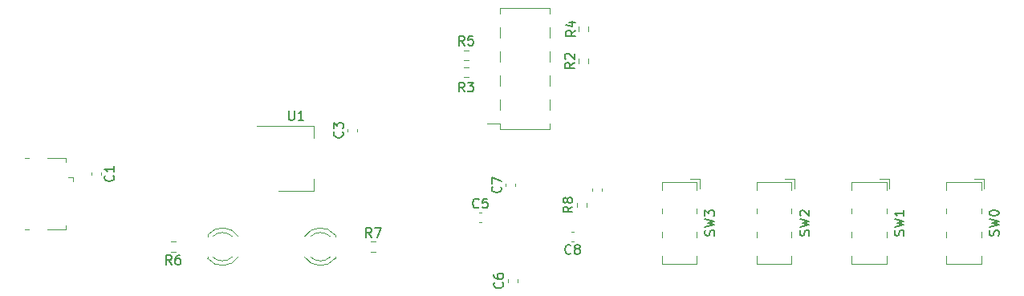
<source format=gbr>
%TF.GenerationSoftware,KiCad,Pcbnew,6.0.7-f9a2dced07~116~ubuntu22.04.1*%
%TF.CreationDate,2022-08-21T16:12:58+02:00*%
%TF.ProjectId,cpld,63706c64-2e6b-4696-9361-645f70636258,rev?*%
%TF.SameCoordinates,Original*%
%TF.FileFunction,Legend,Top*%
%TF.FilePolarity,Positive*%
%FSLAX46Y46*%
G04 Gerber Fmt 4.6, Leading zero omitted, Abs format (unit mm)*
G04 Created by KiCad (PCBNEW 6.0.7-f9a2dced07~116~ubuntu22.04.1) date 2022-08-21 16:12:58*
%MOMM*%
%LPD*%
G01*
G04 APERTURE LIST*
%ADD10C,0.150000*%
%ADD11C,0.120000*%
G04 APERTURE END LIST*
D10*
%TO.C,SW1*%
X181054761Y-86725833D02*
X181102380Y-86582976D01*
X181102380Y-86344880D01*
X181054761Y-86249642D01*
X181007142Y-86202023D01*
X180911904Y-86154404D01*
X180816666Y-86154404D01*
X180721428Y-86202023D01*
X180673809Y-86249642D01*
X180626190Y-86344880D01*
X180578571Y-86535357D01*
X180530952Y-86630595D01*
X180483333Y-86678214D01*
X180388095Y-86725833D01*
X180292857Y-86725833D01*
X180197619Y-86678214D01*
X180150000Y-86630595D01*
X180102380Y-86535357D01*
X180102380Y-86297261D01*
X180150000Y-86154404D01*
X180102380Y-85821071D02*
X181102380Y-85582976D01*
X180388095Y-85392500D01*
X181102380Y-85202023D01*
X180102380Y-84963928D01*
X181102380Y-84059166D02*
X181102380Y-84630595D01*
X181102380Y-84344880D02*
X180102380Y-84344880D01*
X180245238Y-84440119D01*
X180340476Y-84535357D01*
X180388095Y-84630595D01*
%TO.C,R3*%
X134733333Y-71552380D02*
X134400000Y-71076190D01*
X134161904Y-71552380D02*
X134161904Y-70552380D01*
X134542857Y-70552380D01*
X134638095Y-70600000D01*
X134685714Y-70647619D01*
X134733333Y-70742857D01*
X134733333Y-70885714D01*
X134685714Y-70980952D01*
X134638095Y-71028571D01*
X134542857Y-71076190D01*
X134161904Y-71076190D01*
X135066666Y-70552380D02*
X135685714Y-70552380D01*
X135352380Y-70933333D01*
X135495238Y-70933333D01*
X135590476Y-70980952D01*
X135638095Y-71028571D01*
X135685714Y-71123809D01*
X135685714Y-71361904D01*
X135638095Y-71457142D01*
X135590476Y-71504761D01*
X135495238Y-71552380D01*
X135209523Y-71552380D01*
X135114285Y-71504761D01*
X135066666Y-71457142D01*
%TO.C,C7*%
X138527142Y-81566666D02*
X138574761Y-81614285D01*
X138622380Y-81757142D01*
X138622380Y-81852380D01*
X138574761Y-81995238D01*
X138479523Y-82090476D01*
X138384285Y-82138095D01*
X138193809Y-82185714D01*
X138050952Y-82185714D01*
X137860476Y-82138095D01*
X137765238Y-82090476D01*
X137670000Y-81995238D01*
X137622380Y-81852380D01*
X137622380Y-81757142D01*
X137670000Y-81614285D01*
X137717619Y-81566666D01*
X137622380Y-81233333D02*
X137622380Y-80566666D01*
X138622380Y-80995238D01*
%TO.C,R4*%
X146452380Y-65066666D02*
X145976190Y-65400000D01*
X146452380Y-65638095D02*
X145452380Y-65638095D01*
X145452380Y-65257142D01*
X145500000Y-65161904D01*
X145547619Y-65114285D01*
X145642857Y-65066666D01*
X145785714Y-65066666D01*
X145880952Y-65114285D01*
X145928571Y-65161904D01*
X145976190Y-65257142D01*
X145976190Y-65638095D01*
X145785714Y-64209523D02*
X146452380Y-64209523D01*
X145404761Y-64447619D02*
X146119047Y-64685714D01*
X146119047Y-64066666D01*
%TO.C,R7*%
X124933333Y-86922380D02*
X124600000Y-86446190D01*
X124361904Y-86922380D02*
X124361904Y-85922380D01*
X124742857Y-85922380D01*
X124838095Y-85970000D01*
X124885714Y-86017619D01*
X124933333Y-86112857D01*
X124933333Y-86255714D01*
X124885714Y-86350952D01*
X124838095Y-86398571D01*
X124742857Y-86446190D01*
X124361904Y-86446190D01*
X125266666Y-85922380D02*
X125933333Y-85922380D01*
X125504761Y-86922380D01*
%TO.C,SW3*%
X161054761Y-86725833D02*
X161102380Y-86582976D01*
X161102380Y-86344880D01*
X161054761Y-86249642D01*
X161007142Y-86202023D01*
X160911904Y-86154404D01*
X160816666Y-86154404D01*
X160721428Y-86202023D01*
X160673809Y-86249642D01*
X160626190Y-86344880D01*
X160578571Y-86535357D01*
X160530952Y-86630595D01*
X160483333Y-86678214D01*
X160388095Y-86725833D01*
X160292857Y-86725833D01*
X160197619Y-86678214D01*
X160150000Y-86630595D01*
X160102380Y-86535357D01*
X160102380Y-86297261D01*
X160150000Y-86154404D01*
X160102380Y-85821071D02*
X161102380Y-85582976D01*
X160388095Y-85392500D01*
X161102380Y-85202023D01*
X160102380Y-84963928D01*
X160102380Y-84678214D02*
X160102380Y-84059166D01*
X160483333Y-84392500D01*
X160483333Y-84249642D01*
X160530952Y-84154404D01*
X160578571Y-84106785D01*
X160673809Y-84059166D01*
X160911904Y-84059166D01*
X161007142Y-84106785D01*
X161054761Y-84154404D01*
X161102380Y-84249642D01*
X161102380Y-84535357D01*
X161054761Y-84630595D01*
X161007142Y-84678214D01*
%TO.C,R2*%
X146322380Y-68466666D02*
X145846190Y-68800000D01*
X146322380Y-69038095D02*
X145322380Y-69038095D01*
X145322380Y-68657142D01*
X145370000Y-68561904D01*
X145417619Y-68514285D01*
X145512857Y-68466666D01*
X145655714Y-68466666D01*
X145750952Y-68514285D01*
X145798571Y-68561904D01*
X145846190Y-68657142D01*
X145846190Y-69038095D01*
X145417619Y-68085714D02*
X145370000Y-68038095D01*
X145322380Y-67942857D01*
X145322380Y-67704761D01*
X145370000Y-67609523D01*
X145417619Y-67561904D01*
X145512857Y-67514285D01*
X145608095Y-67514285D01*
X145750952Y-67561904D01*
X146322380Y-68133333D01*
X146322380Y-67514285D01*
%TO.C,SW2*%
X171054761Y-86725833D02*
X171102380Y-86582976D01*
X171102380Y-86344880D01*
X171054761Y-86249642D01*
X171007142Y-86202023D01*
X170911904Y-86154404D01*
X170816666Y-86154404D01*
X170721428Y-86202023D01*
X170673809Y-86249642D01*
X170626190Y-86344880D01*
X170578571Y-86535357D01*
X170530952Y-86630595D01*
X170483333Y-86678214D01*
X170388095Y-86725833D01*
X170292857Y-86725833D01*
X170197619Y-86678214D01*
X170150000Y-86630595D01*
X170102380Y-86535357D01*
X170102380Y-86297261D01*
X170150000Y-86154404D01*
X170102380Y-85821071D02*
X171102380Y-85582976D01*
X170388095Y-85392500D01*
X171102380Y-85202023D01*
X170102380Y-84963928D01*
X170197619Y-84630595D02*
X170150000Y-84582976D01*
X170102380Y-84487738D01*
X170102380Y-84249642D01*
X170150000Y-84154404D01*
X170197619Y-84106785D01*
X170292857Y-84059166D01*
X170388095Y-84059166D01*
X170530952Y-84106785D01*
X171102380Y-84678214D01*
X171102380Y-84059166D01*
%TO.C,C3*%
X121842142Y-75766666D02*
X121889761Y-75814285D01*
X121937380Y-75957142D01*
X121937380Y-76052380D01*
X121889761Y-76195238D01*
X121794523Y-76290476D01*
X121699285Y-76338095D01*
X121508809Y-76385714D01*
X121365952Y-76385714D01*
X121175476Y-76338095D01*
X121080238Y-76290476D01*
X120985000Y-76195238D01*
X120937380Y-76052380D01*
X120937380Y-75957142D01*
X120985000Y-75814285D01*
X121032619Y-75766666D01*
X120937380Y-75433333D02*
X120937380Y-74814285D01*
X121318333Y-75147619D01*
X121318333Y-75004761D01*
X121365952Y-74909523D01*
X121413571Y-74861904D01*
X121508809Y-74814285D01*
X121746904Y-74814285D01*
X121842142Y-74861904D01*
X121889761Y-74909523D01*
X121937380Y-75004761D01*
X121937380Y-75290476D01*
X121889761Y-75385714D01*
X121842142Y-75433333D01*
%TO.C,R5*%
X134733333Y-66652380D02*
X134400000Y-66176190D01*
X134161904Y-66652380D02*
X134161904Y-65652380D01*
X134542857Y-65652380D01*
X134638095Y-65700000D01*
X134685714Y-65747619D01*
X134733333Y-65842857D01*
X134733333Y-65985714D01*
X134685714Y-66080952D01*
X134638095Y-66128571D01*
X134542857Y-66176190D01*
X134161904Y-66176190D01*
X135638095Y-65652380D02*
X135161904Y-65652380D01*
X135114285Y-66128571D01*
X135161904Y-66080952D01*
X135257142Y-66033333D01*
X135495238Y-66033333D01*
X135590476Y-66080952D01*
X135638095Y-66128571D01*
X135685714Y-66223809D01*
X135685714Y-66461904D01*
X135638095Y-66557142D01*
X135590476Y-66604761D01*
X135495238Y-66652380D01*
X135257142Y-66652380D01*
X135161904Y-66604761D01*
X135114285Y-66557142D01*
%TO.C,SW0*%
X191054761Y-86725833D02*
X191102380Y-86582976D01*
X191102380Y-86344880D01*
X191054761Y-86249642D01*
X191007142Y-86202023D01*
X190911904Y-86154404D01*
X190816666Y-86154404D01*
X190721428Y-86202023D01*
X190673809Y-86249642D01*
X190626190Y-86344880D01*
X190578571Y-86535357D01*
X190530952Y-86630595D01*
X190483333Y-86678214D01*
X190388095Y-86725833D01*
X190292857Y-86725833D01*
X190197619Y-86678214D01*
X190150000Y-86630595D01*
X190102380Y-86535357D01*
X190102380Y-86297261D01*
X190150000Y-86154404D01*
X190102380Y-85821071D02*
X191102380Y-85582976D01*
X190388095Y-85392500D01*
X191102380Y-85202023D01*
X190102380Y-84963928D01*
X190102380Y-84392500D02*
X190102380Y-84297261D01*
X190150000Y-84202023D01*
X190197619Y-84154404D01*
X190292857Y-84106785D01*
X190483333Y-84059166D01*
X190721428Y-84059166D01*
X190911904Y-84106785D01*
X191007142Y-84154404D01*
X191054761Y-84202023D01*
X191102380Y-84297261D01*
X191102380Y-84392500D01*
X191054761Y-84487738D01*
X191007142Y-84535357D01*
X190911904Y-84582976D01*
X190721428Y-84630595D01*
X190483333Y-84630595D01*
X190292857Y-84582976D01*
X190197619Y-84535357D01*
X190150000Y-84487738D01*
X190102380Y-84392500D01*
%TO.C,R8*%
X146122380Y-83666666D02*
X145646190Y-84000000D01*
X146122380Y-84238095D02*
X145122380Y-84238095D01*
X145122380Y-83857142D01*
X145170000Y-83761904D01*
X145217619Y-83714285D01*
X145312857Y-83666666D01*
X145455714Y-83666666D01*
X145550952Y-83714285D01*
X145598571Y-83761904D01*
X145646190Y-83857142D01*
X145646190Y-84238095D01*
X145550952Y-83095238D02*
X145503333Y-83190476D01*
X145455714Y-83238095D01*
X145360476Y-83285714D01*
X145312857Y-83285714D01*
X145217619Y-83238095D01*
X145170000Y-83190476D01*
X145122380Y-83095238D01*
X145122380Y-82904761D01*
X145170000Y-82809523D01*
X145217619Y-82761904D01*
X145312857Y-82714285D01*
X145360476Y-82714285D01*
X145455714Y-82761904D01*
X145503333Y-82809523D01*
X145550952Y-82904761D01*
X145550952Y-83095238D01*
X145598571Y-83190476D01*
X145646190Y-83238095D01*
X145741428Y-83285714D01*
X145931904Y-83285714D01*
X146027142Y-83238095D01*
X146074761Y-83190476D01*
X146122380Y-83095238D01*
X146122380Y-82904761D01*
X146074761Y-82809523D01*
X146027142Y-82761904D01*
X145931904Y-82714285D01*
X145741428Y-82714285D01*
X145646190Y-82761904D01*
X145598571Y-82809523D01*
X145550952Y-82904761D01*
%TO.C,C6*%
X138727142Y-91666666D02*
X138774761Y-91714285D01*
X138822380Y-91857142D01*
X138822380Y-91952380D01*
X138774761Y-92095238D01*
X138679523Y-92190476D01*
X138584285Y-92238095D01*
X138393809Y-92285714D01*
X138250952Y-92285714D01*
X138060476Y-92238095D01*
X137965238Y-92190476D01*
X137870000Y-92095238D01*
X137822380Y-91952380D01*
X137822380Y-91857142D01*
X137870000Y-91714285D01*
X137917619Y-91666666D01*
X137822380Y-90809523D02*
X137822380Y-91000000D01*
X137870000Y-91095238D01*
X137917619Y-91142857D01*
X138060476Y-91238095D01*
X138250952Y-91285714D01*
X138631904Y-91285714D01*
X138727142Y-91238095D01*
X138774761Y-91190476D01*
X138822380Y-91095238D01*
X138822380Y-90904761D01*
X138774761Y-90809523D01*
X138727142Y-90761904D01*
X138631904Y-90714285D01*
X138393809Y-90714285D01*
X138298571Y-90761904D01*
X138250952Y-90809523D01*
X138203333Y-90904761D01*
X138203333Y-91095238D01*
X138250952Y-91190476D01*
X138298571Y-91238095D01*
X138393809Y-91285714D01*
%TO.C,R6*%
X103833333Y-89782380D02*
X103500000Y-89306190D01*
X103261904Y-89782380D02*
X103261904Y-88782380D01*
X103642857Y-88782380D01*
X103738095Y-88830000D01*
X103785714Y-88877619D01*
X103833333Y-88972857D01*
X103833333Y-89115714D01*
X103785714Y-89210952D01*
X103738095Y-89258571D01*
X103642857Y-89306190D01*
X103261904Y-89306190D01*
X104690476Y-88782380D02*
X104500000Y-88782380D01*
X104404761Y-88830000D01*
X104357142Y-88877619D01*
X104261904Y-89020476D01*
X104214285Y-89210952D01*
X104214285Y-89591904D01*
X104261904Y-89687142D01*
X104309523Y-89734761D01*
X104404761Y-89782380D01*
X104595238Y-89782380D01*
X104690476Y-89734761D01*
X104738095Y-89687142D01*
X104785714Y-89591904D01*
X104785714Y-89353809D01*
X104738095Y-89258571D01*
X104690476Y-89210952D01*
X104595238Y-89163333D01*
X104404761Y-89163333D01*
X104309523Y-89210952D01*
X104261904Y-89258571D01*
X104214285Y-89353809D01*
%TO.C,C1*%
X97667142Y-80366666D02*
X97714761Y-80414285D01*
X97762380Y-80557142D01*
X97762380Y-80652380D01*
X97714761Y-80795238D01*
X97619523Y-80890476D01*
X97524285Y-80938095D01*
X97333809Y-80985714D01*
X97190952Y-80985714D01*
X97000476Y-80938095D01*
X96905238Y-80890476D01*
X96810000Y-80795238D01*
X96762380Y-80652380D01*
X96762380Y-80557142D01*
X96810000Y-80414285D01*
X96857619Y-80366666D01*
X97762380Y-79414285D02*
X97762380Y-79985714D01*
X97762380Y-79700000D02*
X96762380Y-79700000D01*
X96905238Y-79795238D01*
X97000476Y-79890476D01*
X97048095Y-79985714D01*
%TO.C,C8*%
X145958333Y-88587142D02*
X145910714Y-88634761D01*
X145767857Y-88682380D01*
X145672619Y-88682380D01*
X145529761Y-88634761D01*
X145434523Y-88539523D01*
X145386904Y-88444285D01*
X145339285Y-88253809D01*
X145339285Y-88110952D01*
X145386904Y-87920476D01*
X145434523Y-87825238D01*
X145529761Y-87730000D01*
X145672619Y-87682380D01*
X145767857Y-87682380D01*
X145910714Y-87730000D01*
X145958333Y-87777619D01*
X146529761Y-88110952D02*
X146434523Y-88063333D01*
X146386904Y-88015714D01*
X146339285Y-87920476D01*
X146339285Y-87872857D01*
X146386904Y-87777619D01*
X146434523Y-87730000D01*
X146529761Y-87682380D01*
X146720238Y-87682380D01*
X146815476Y-87730000D01*
X146863095Y-87777619D01*
X146910714Y-87872857D01*
X146910714Y-87920476D01*
X146863095Y-88015714D01*
X146815476Y-88063333D01*
X146720238Y-88110952D01*
X146529761Y-88110952D01*
X146434523Y-88158571D01*
X146386904Y-88206190D01*
X146339285Y-88301428D01*
X146339285Y-88491904D01*
X146386904Y-88587142D01*
X146434523Y-88634761D01*
X146529761Y-88682380D01*
X146720238Y-88682380D01*
X146815476Y-88634761D01*
X146863095Y-88587142D01*
X146910714Y-88491904D01*
X146910714Y-88301428D01*
X146863095Y-88206190D01*
X146815476Y-88158571D01*
X146720238Y-88110952D01*
%TO.C,U1*%
X116188095Y-73552380D02*
X116188095Y-74361904D01*
X116235714Y-74457142D01*
X116283333Y-74504761D01*
X116378571Y-74552380D01*
X116569047Y-74552380D01*
X116664285Y-74504761D01*
X116711904Y-74457142D01*
X116759523Y-74361904D01*
X116759523Y-73552380D01*
X117759523Y-74552380D02*
X117188095Y-74552380D01*
X117473809Y-74552380D02*
X117473809Y-73552380D01*
X117378571Y-73695238D01*
X117283333Y-73790476D01*
X117188095Y-73838095D01*
%TO.C,C5*%
X136233333Y-83727142D02*
X136185714Y-83774761D01*
X136042857Y-83822380D01*
X135947619Y-83822380D01*
X135804761Y-83774761D01*
X135709523Y-83679523D01*
X135661904Y-83584285D01*
X135614285Y-83393809D01*
X135614285Y-83250952D01*
X135661904Y-83060476D01*
X135709523Y-82965238D01*
X135804761Y-82870000D01*
X135947619Y-82822380D01*
X136042857Y-82822380D01*
X136185714Y-82870000D01*
X136233333Y-82917619D01*
X137138095Y-82822380D02*
X136661904Y-82822380D01*
X136614285Y-83298571D01*
X136661904Y-83250952D01*
X136757142Y-83203333D01*
X136995238Y-83203333D01*
X137090476Y-83250952D01*
X137138095Y-83298571D01*
X137185714Y-83393809D01*
X137185714Y-83631904D01*
X137138095Y-83727142D01*
X137090476Y-83774761D01*
X136995238Y-83822380D01*
X136757142Y-83822380D01*
X136661904Y-83774761D01*
X136614285Y-83727142D01*
D11*
%TO.C,SW1*%
X175550000Y-81042500D02*
X179250000Y-81042500D01*
X179250000Y-89742500D02*
X175550000Y-89742500D01*
X179250000Y-81042500D02*
X179250000Y-81892500D01*
X179250000Y-86362500D02*
X179250000Y-86922500D01*
X179250000Y-83892500D02*
X179250000Y-84422500D01*
X175550000Y-81922500D02*
X175550000Y-81042500D01*
X175550000Y-89742500D02*
X175550000Y-88872500D01*
X175550000Y-84422500D02*
X175550000Y-83862500D01*
X178550000Y-80742500D02*
X179550000Y-80742500D01*
X179550000Y-80742500D02*
X179550000Y-81742500D01*
X175550000Y-86912500D02*
X175550000Y-86362500D01*
X179250000Y-88862500D02*
X179250000Y-89742500D01*
%TO.C,R3*%
X134662742Y-70022500D02*
X135137258Y-70022500D01*
X134662742Y-68977500D02*
X135137258Y-68977500D01*
%TO.C,C7*%
X140110000Y-81540580D02*
X140110000Y-81259420D01*
X139090000Y-81540580D02*
X139090000Y-81259420D01*
%TO.C,R4*%
X147822500Y-64662742D02*
X147822500Y-65137258D01*
X146777500Y-64662742D02*
X146777500Y-65137258D01*
%TO.C,R7*%
X124862742Y-88422500D02*
X125337258Y-88422500D01*
X124862742Y-87377500D02*
X125337258Y-87377500D01*
%TO.C,SW3*%
X158550000Y-80742500D02*
X159550000Y-80742500D01*
X155550000Y-81922500D02*
X155550000Y-81042500D01*
X155550000Y-89742500D02*
X155550000Y-88872500D01*
X155550000Y-81042500D02*
X159250000Y-81042500D01*
X159550000Y-80742500D02*
X159550000Y-81742500D01*
X155550000Y-84422500D02*
X155550000Y-83862500D01*
X159250000Y-83892500D02*
X159250000Y-84422500D01*
X159250000Y-86362500D02*
X159250000Y-86922500D01*
X155550000Y-86912500D02*
X155550000Y-86362500D01*
X159250000Y-89742500D02*
X155550000Y-89742500D01*
X159250000Y-81042500D02*
X159250000Y-81892500D01*
X159250000Y-88862500D02*
X159250000Y-89742500D01*
%TO.C,R2*%
X146777500Y-68537258D02*
X146777500Y-68062742D01*
X147822500Y-68537258D02*
X147822500Y-68062742D01*
%TO.C,SW2*%
X165550000Y-89742500D02*
X165550000Y-88872500D01*
X169250000Y-86362500D02*
X169250000Y-86922500D01*
X169250000Y-89742500D02*
X165550000Y-89742500D01*
X165550000Y-81922500D02*
X165550000Y-81042500D01*
X165550000Y-81042500D02*
X169250000Y-81042500D01*
X169250000Y-83892500D02*
X169250000Y-84422500D01*
X169250000Y-81042500D02*
X169250000Y-81892500D01*
X165550000Y-84422500D02*
X165550000Y-83862500D01*
X168550000Y-80742500D02*
X169550000Y-80742500D01*
X165550000Y-86912500D02*
X165550000Y-86362500D01*
X169550000Y-80742500D02*
X169550000Y-81742500D01*
X169250000Y-88862500D02*
X169250000Y-89742500D01*
%TO.C,C3*%
X123425000Y-75740580D02*
X123425000Y-75459420D01*
X122405000Y-75740580D02*
X122405000Y-75459420D01*
%TO.C,R5*%
X135137258Y-68222500D02*
X134662742Y-68222500D01*
X135137258Y-67177500D02*
X134662742Y-67177500D01*
%TO.C,SW0*%
X189250000Y-86362500D02*
X189250000Y-86922500D01*
X185550000Y-81042500D02*
X189250000Y-81042500D01*
X189250000Y-89742500D02*
X185550000Y-89742500D01*
X189550000Y-80742500D02*
X189550000Y-81742500D01*
X188550000Y-80742500D02*
X189550000Y-80742500D01*
X189250000Y-88862500D02*
X189250000Y-89742500D01*
X185550000Y-86912500D02*
X185550000Y-86362500D01*
X185550000Y-84422500D02*
X185550000Y-83862500D01*
X185550000Y-81922500D02*
X185550000Y-81042500D01*
X189250000Y-83892500D02*
X189250000Y-84422500D01*
X189250000Y-81042500D02*
X189250000Y-81892500D01*
X185550000Y-89742500D02*
X185550000Y-88872500D01*
%TO.C,R8*%
X147622500Y-83737258D02*
X147622500Y-83262742D01*
X146577500Y-83737258D02*
X146577500Y-83262742D01*
%TO.C,C6*%
X140310000Y-91640580D02*
X140310000Y-91359420D01*
X139290000Y-91640580D02*
X139290000Y-91359420D01*
%TO.C,R6*%
X104237258Y-87377500D02*
X103762742Y-87377500D01*
X104237258Y-88422500D02*
X103762742Y-88422500D01*
%TO.C,D2*%
X121090000Y-86820000D02*
X121090000Y-86664000D01*
X121090000Y-89136000D02*
X121090000Y-88980000D01*
X120570961Y-86820000D02*
G75*
G03*
X118488870Y-86820163I-1040961J-1080000D01*
G01*
X117857665Y-88978608D02*
G75*
G03*
X121090000Y-89135516I1672335J1078608D01*
G01*
X121090000Y-86664484D02*
G75*
G03*
X117857665Y-86821392I-1560000J-1235516D01*
G01*
X118488870Y-88979837D02*
G75*
G03*
X120570961Y-88980000I1041130J1079837D01*
G01*
%TO.C,J4*%
X143700000Y-62690000D02*
X138500000Y-62690000D01*
X138500000Y-63260000D02*
X138500000Y-62690000D01*
X138500000Y-65800000D02*
X138500000Y-64780000D01*
X138500000Y-68340000D02*
X138500000Y-67320000D01*
X138500000Y-70880000D02*
X138500000Y-69860000D01*
X138500000Y-73420000D02*
X138500000Y-72400000D01*
X143700000Y-70880000D02*
X143700000Y-69860000D01*
X143700000Y-63260000D02*
X143700000Y-62690000D01*
X138500000Y-74940000D02*
X137140000Y-74940000D01*
X143700000Y-73420000D02*
X143700000Y-72400000D01*
X143700000Y-65800000D02*
X143700000Y-64780000D01*
X143700000Y-75510000D02*
X138500000Y-75510000D01*
X143700000Y-75510000D02*
X143700000Y-74940000D01*
X143700000Y-68340000D02*
X143700000Y-67320000D01*
X138500000Y-75510000D02*
X138500000Y-74940000D01*
%TO.C,D1*%
X107635000Y-86664000D02*
X107635000Y-86820000D01*
X107635000Y-88980000D02*
X107635000Y-89136000D01*
X110236130Y-86820163D02*
G75*
G03*
X108154039Y-86820000I-1041130J-1079837D01*
G01*
X107635000Y-89135516D02*
G75*
G03*
X110867335Y-88978608I1560000J1235516D01*
G01*
X108154039Y-88980000D02*
G75*
G03*
X110236130Y-88979837I1040961J1080000D01*
G01*
X110867335Y-86821392D02*
G75*
G03*
X107635000Y-86664484I-1672335J-1078608D01*
G01*
%TO.C,C1*%
X96390000Y-80059420D02*
X96390000Y-80340580D01*
X95370000Y-80059420D02*
X95370000Y-80340580D01*
%TO.C,C8*%
X146265580Y-86290000D02*
X145984420Y-86290000D01*
X146265580Y-87310000D02*
X145984420Y-87310000D01*
%TO.C,J1*%
X92940000Y-80540000D02*
X93390000Y-80540000D01*
X93390000Y-80990000D02*
X93390000Y-80540000D01*
X92710000Y-86060000D02*
X92710000Y-85640000D01*
X90730000Y-86060000D02*
X92710000Y-86060000D01*
X88760000Y-86060000D02*
X88360000Y-86060000D01*
X90730000Y-78540000D02*
X92710000Y-78540000D01*
X88360000Y-78540000D02*
X88760000Y-78540000D01*
X92710000Y-78540000D02*
X92710000Y-78960000D01*
%TO.C,C4*%
X148190000Y-82040580D02*
X148190000Y-81759420D01*
X149210000Y-82040580D02*
X149210000Y-81759420D01*
%TO.C,U1*%
X118860000Y-82010000D02*
X118860000Y-80750000D01*
X115100000Y-82010000D02*
X118860000Y-82010000D01*
X118860000Y-75190000D02*
X118860000Y-76450000D01*
X112850000Y-75190000D02*
X118860000Y-75190000D01*
%TO.C,C5*%
X136259420Y-85310000D02*
X136540580Y-85310000D01*
X136259420Y-84290000D02*
X136540580Y-84290000D01*
%TD*%
M02*

</source>
